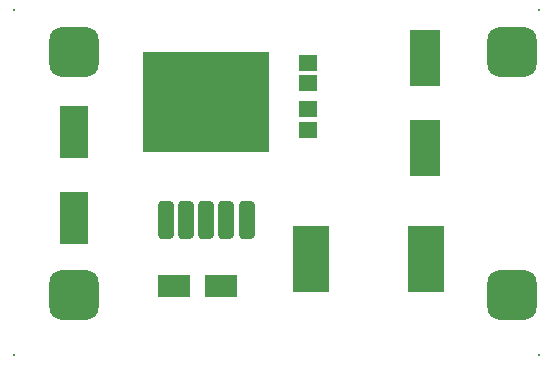
<source format=gts>
G04*
G04 #@! TF.GenerationSoftware,Altium Limited,Altium Designer,22.3.1 (43)*
G04*
G04 Layer_Color=8388736*
%FSLAX25Y25*%
%MOIN*%
G70*
G04*
G04 #@! TF.SameCoordinates,05F4E2DF-3ACD-4F1C-B615-966E0BC44E0A*
G04*
G04*
G04 #@! TF.FilePolarity,Negative*
G04*
G01*
G75*
%ADD19R,0.09461X0.17335*%
%ADD20R,0.06115X0.05328*%
%ADD21R,0.42099X0.33792*%
G04:AMPARAMS|DCode=22|XSize=55.24mil|YSize=128.08mil|CornerRadius=15.81mil|HoleSize=0mil|Usage=FLASHONLY|Rotation=0.000|XOffset=0mil|YOffset=0mil|HoleType=Round|Shape=RoundedRectangle|*
%AMROUNDEDRECTD22*
21,1,0.05524,0.09646,0,0,0.0*
21,1,0.02362,0.12808,0,0,0.0*
1,1,0.03162,0.01181,-0.04823*
1,1,0.03162,-0.01181,-0.04823*
1,1,0.03162,-0.01181,0.04823*
1,1,0.03162,0.01181,0.04823*
%
%ADD22ROUNDEDRECTD22*%
%ADD23R,0.09855X0.18713*%
%ADD24R,0.10642X0.07493*%
%ADD25R,0.12217X0.22060*%
%ADD26C,0.00800*%
G04:AMPARAMS|DCode=27|XSize=165.48mil|YSize=165.48mil|CornerRadius=43.37mil|HoleSize=0mil|Usage=FLASHONLY|Rotation=0.000|XOffset=0mil|YOffset=0mil|HoleType=Round|Shape=RoundedRectangle|*
%AMROUNDEDRECTD27*
21,1,0.16548,0.07874,0,0,0.0*
21,1,0.07874,0.16548,0,0,0.0*
1,1,0.08674,0.03937,-0.03937*
1,1,0.08674,-0.03937,-0.03937*
1,1,0.08674,-0.03937,0.03937*
1,1,0.08674,0.03937,0.03937*
%
%ADD27ROUNDEDRECTD27*%
D19*
X351000Y264630D02*
D03*
Y293370D02*
D03*
D20*
X429000Y316445D02*
D03*
Y309555D02*
D03*
Y300890D02*
D03*
Y294000D02*
D03*
D21*
X395000Y303500D02*
D03*
D22*
X381598Y263913D02*
D03*
X388299D02*
D03*
X401701D02*
D03*
X408402D02*
D03*
X395000D02*
D03*
D23*
X468000Y288039D02*
D03*
Y317961D02*
D03*
D24*
X399874Y242000D02*
D03*
X384126D02*
D03*
D25*
X468189Y251000D02*
D03*
X430000D02*
D03*
D26*
X506000Y219000D02*
D03*
Y334000D02*
D03*
X331000Y219000D02*
D03*
Y334000D02*
D03*
D27*
X351000Y239000D02*
D03*
X497000Y320000D02*
D03*
X351000D02*
D03*
X497000Y239000D02*
D03*
M02*

</source>
